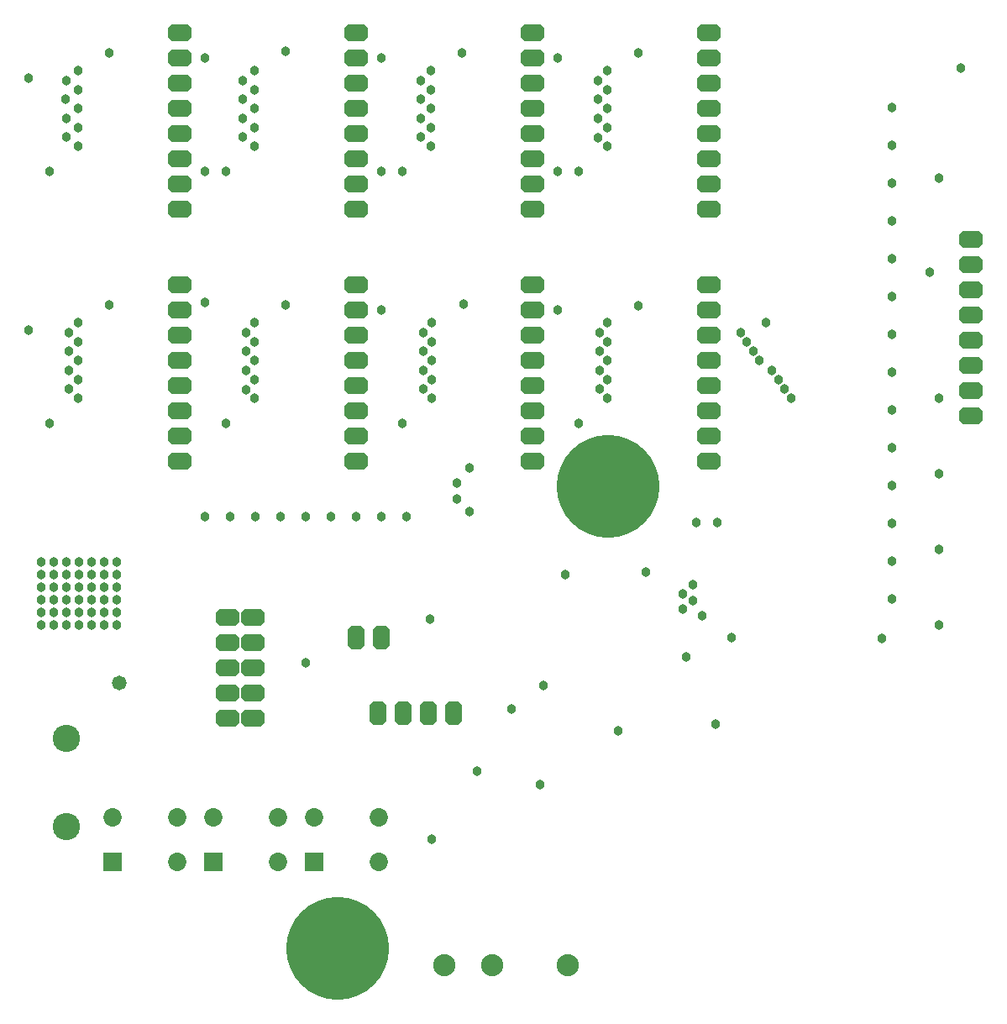
<source format=gbs>
%FSLAX25Y25*%
%MOIN*%
G70*
G01*
G75*
G04 Layer_Color=16711935*
%ADD10R,0.03937X0.04331*%
%ADD11R,0.33622X0.21063*%
%ADD12R,0.12047X0.03504*%
%ADD13R,0.05906X0.01598*%
%ADD14R,0.01598X0.05906*%
%ADD15R,0.05906X0.05118*%
%ADD16R,0.11024X0.03740*%
%ADD17R,0.05906X0.02362*%
%ADD18R,0.03347X0.05512*%
%ADD19R,0.04724X0.13780*%
%ADD20O,0.02165X0.05906*%
%ADD21R,0.02165X0.05906*%
%ADD22R,0.05118X0.04528*%
%ADD23R,0.03937X0.01378*%
%ADD24R,0.05512X0.03347*%
%ADD25R,0.05118X0.05906*%
%ADD26C,0.01000*%
%ADD27R,0.06496X0.06496*%
%ADD28C,0.06496*%
G04:AMPARAMS|DCode=29|XSize=60mil|YSize=85mil|CornerRadius=0mil|HoleSize=0mil|Usage=FLASHONLY|Rotation=90.000|XOffset=0mil|YOffset=0mil|HoleType=Round|Shape=Octagon|*
%AMOCTAGOND29*
4,1,8,-0.04250,-0.01500,-0.04250,0.01500,-0.02750,0.03000,0.02750,0.03000,0.04250,0.01500,0.04250,-0.01500,0.02750,-0.03000,-0.02750,-0.03000,-0.04250,-0.01500,0.0*
%
%ADD29OCTAGOND29*%

G04:AMPARAMS|DCode=30|XSize=60mil|YSize=85mil|CornerRadius=0mil|HoleSize=0mil|Usage=FLASHONLY|Rotation=180.000|XOffset=0mil|YOffset=0mil|HoleType=Round|Shape=Octagon|*
%AMOCTAGOND30*
4,1,8,0.01500,-0.04250,-0.01500,-0.04250,-0.03000,-0.02750,-0.03000,0.02750,-0.01500,0.04250,0.01500,0.04250,0.03000,0.02750,0.03000,-0.02750,0.01500,-0.04250,0.0*
%
%ADD30OCTAGOND30*%

%ADD31C,0.03000*%
%ADD32C,0.08000*%
%ADD33C,0.05000*%
%ADD34C,0.40000*%
%ADD35C,0.10000*%
%ADD36C,0.04000*%
%ADD37C,0.07937*%
%ADD38C,0.07500*%
%ADD39C,0.05500*%
%ADD40C,0.09000*%
%ADD41C,0.30000*%
%ADD42C,0.09500*%
%ADD43R,0.38000X0.34000*%
%ADD44C,0.06800*%
%ADD45C,0.00984*%
%ADD46C,0.00787*%
%ADD47C,0.00500*%
%ADD48C,0.00800*%
%ADD49C,0.00700*%
%ADD50R,0.04737X0.05131*%
%ADD51R,0.34422X0.21863*%
%ADD52R,0.12847X0.04304*%
%ADD53R,0.06706X0.02398*%
%ADD54R,0.02398X0.06706*%
%ADD55R,0.06706X0.05918*%
%ADD56R,0.11824X0.04540*%
%ADD57R,0.06706X0.03162*%
%ADD58R,0.04147X0.06312*%
%ADD59R,0.05524X0.14579*%
%ADD60O,0.02965X0.06706*%
%ADD61R,0.02965X0.06706*%
%ADD62R,0.05918X0.05328*%
%ADD63R,0.04737X0.02178*%
%ADD64R,0.06312X0.04147*%
%ADD65R,0.05918X0.06706*%
%ADD66R,0.07296X0.07296*%
%ADD67C,0.07296*%
G04:AMPARAMS|DCode=68|XSize=68mil|YSize=93mil|CornerRadius=0mil|HoleSize=0mil|Usage=FLASHONLY|Rotation=90.000|XOffset=0mil|YOffset=0mil|HoleType=Round|Shape=Octagon|*
%AMOCTAGOND68*
4,1,8,-0.04650,-0.01700,-0.04650,0.01700,-0.02950,0.03400,0.02950,0.03400,0.04650,0.01700,0.04650,-0.01700,0.02950,-0.03400,-0.02950,-0.03400,-0.04650,-0.01700,0.0*
%
%ADD68OCTAGOND68*%

G04:AMPARAMS|DCode=69|XSize=68mil|YSize=93mil|CornerRadius=0mil|HoleSize=0mil|Usage=FLASHONLY|Rotation=180.000|XOffset=0mil|YOffset=0mil|HoleType=Round|Shape=Octagon|*
%AMOCTAGOND69*
4,1,8,0.01700,-0.04650,-0.01700,-0.04650,-0.03400,-0.02950,-0.03400,0.02950,-0.01700,0.04650,0.01700,0.04650,0.03400,0.02950,0.03400,-0.02950,0.01700,-0.04650,0.0*
%
%ADD69OCTAGOND69*%

%ADD70C,0.03800*%
%ADD71C,0.08800*%
%ADD72C,0.05800*%
%ADD73C,0.40800*%
%ADD74C,0.10800*%
D66*
X223205Y161142D02*
D03*
X183205D02*
D03*
X143205D02*
D03*
D67*
X223205Y178858D02*
D03*
X248795D02*
D03*
Y161142D02*
D03*
X208795D02*
D03*
Y178858D02*
D03*
X183205D02*
D03*
X168795Y161142D02*
D03*
Y178858D02*
D03*
X143205D02*
D03*
D68*
X484000Y338000D02*
D03*
Y348000D02*
D03*
Y358000D02*
D03*
Y368000D02*
D03*
Y378000D02*
D03*
Y388000D02*
D03*
Y398000D02*
D03*
Y408000D02*
D03*
X199000Y218000D02*
D03*
Y228000D02*
D03*
Y238000D02*
D03*
Y248000D02*
D03*
Y258000D02*
D03*
X189000Y218000D02*
D03*
Y228000D02*
D03*
Y238000D02*
D03*
Y248000D02*
D03*
Y258000D02*
D03*
X170000Y490000D02*
D03*
Y480000D02*
D03*
Y470000D02*
D03*
Y460000D02*
D03*
Y450000D02*
D03*
Y440000D02*
D03*
Y430000D02*
D03*
Y420000D02*
D03*
X240000Y490000D02*
D03*
Y480000D02*
D03*
Y470000D02*
D03*
Y460000D02*
D03*
Y450000D02*
D03*
Y440000D02*
D03*
Y430000D02*
D03*
Y420000D02*
D03*
X310000Y490000D02*
D03*
Y480000D02*
D03*
Y470000D02*
D03*
Y460000D02*
D03*
Y450000D02*
D03*
Y440000D02*
D03*
Y430000D02*
D03*
Y420000D02*
D03*
X380000Y490000D02*
D03*
Y480000D02*
D03*
Y470000D02*
D03*
Y460000D02*
D03*
Y450000D02*
D03*
Y440000D02*
D03*
Y430000D02*
D03*
Y420000D02*
D03*
X170000Y390000D02*
D03*
Y380000D02*
D03*
Y370000D02*
D03*
Y360000D02*
D03*
Y350000D02*
D03*
Y340000D02*
D03*
Y330000D02*
D03*
Y320000D02*
D03*
X240000Y390000D02*
D03*
Y380000D02*
D03*
Y370000D02*
D03*
Y360000D02*
D03*
Y350000D02*
D03*
Y340000D02*
D03*
Y330000D02*
D03*
Y320000D02*
D03*
X310000Y390000D02*
D03*
Y380000D02*
D03*
Y370000D02*
D03*
Y360000D02*
D03*
Y350000D02*
D03*
Y340000D02*
D03*
Y330000D02*
D03*
Y320000D02*
D03*
X380000Y390000D02*
D03*
Y380000D02*
D03*
Y370000D02*
D03*
Y360000D02*
D03*
Y350000D02*
D03*
Y340000D02*
D03*
Y330000D02*
D03*
Y320000D02*
D03*
D69*
X248500Y220000D02*
D03*
X258500D02*
D03*
X268500D02*
D03*
X278500D02*
D03*
X240000Y250000D02*
D03*
X250000D02*
D03*
D70*
X336600Y348800D02*
D03*
X266700Y348700D02*
D03*
X196200Y348500D02*
D03*
X125900Y348800D02*
D03*
X335800Y448400D02*
D03*
X265600Y448700D02*
D03*
X195000Y463750D02*
D03*
Y448750D02*
D03*
X124957Y471250D02*
D03*
X124780Y456250D02*
D03*
X125000Y448750D02*
D03*
X260000Y298000D02*
D03*
X250000D02*
D03*
X240000D02*
D03*
X230000D02*
D03*
X220000D02*
D03*
X210000D02*
D03*
X200000D02*
D03*
X190000D02*
D03*
X180000D02*
D03*
X115000Y280000D02*
D03*
X120000D02*
D03*
X125000D02*
D03*
X130000D02*
D03*
X269321Y257500D02*
D03*
X355000Y276000D02*
D03*
X377138Y258862D02*
D03*
X220000Y240000D02*
D03*
X351811Y482189D02*
D03*
X281811D02*
D03*
X211811Y482689D02*
D03*
X141811Y482189D02*
D03*
X199721Y345000D02*
D03*
X141811Y382189D02*
D03*
X211811Y382311D02*
D03*
X282500Y382500D02*
D03*
X351811Y381811D02*
D03*
X280000Y311500D02*
D03*
X285000Y317500D02*
D03*
X280000Y305000D02*
D03*
X285000Y300000D02*
D03*
X270000Y367500D02*
D03*
X400000Y360000D02*
D03*
X392500Y371250D02*
D03*
X397500Y363750D02*
D03*
X405000Y356250D02*
D03*
X410000Y348750D02*
D03*
X402500Y375000D02*
D03*
X395000Y367500D02*
D03*
X407500Y352500D02*
D03*
X412500Y345000D02*
D03*
X335800Y471250D02*
D03*
X339721Y467500D02*
D03*
X335800Y463750D02*
D03*
X339721Y460000D02*
D03*
X335800Y456250D02*
D03*
X339721Y452500D02*
D03*
Y445000D02*
D03*
Y475000D02*
D03*
X265600Y471250D02*
D03*
X269721Y467500D02*
D03*
X265600Y463750D02*
D03*
X269721Y460000D02*
D03*
X265600Y456250D02*
D03*
X269721Y452500D02*
D03*
Y445000D02*
D03*
Y475000D02*
D03*
X195000Y471250D02*
D03*
X199721Y467500D02*
D03*
Y460000D02*
D03*
X195000Y456250D02*
D03*
X199721Y452500D02*
D03*
Y445000D02*
D03*
Y475000D02*
D03*
X129721Y467500D02*
D03*
X124720Y463750D02*
D03*
X129721Y460000D02*
D03*
Y452500D02*
D03*
Y445000D02*
D03*
Y475000D02*
D03*
X125900Y371250D02*
D03*
X129721Y367500D02*
D03*
X125900Y363750D02*
D03*
X129721Y360000D02*
D03*
X125900Y356250D02*
D03*
X129721Y352500D02*
D03*
Y345000D02*
D03*
Y375000D02*
D03*
X196200Y371250D02*
D03*
X199721Y367500D02*
D03*
X196200Y363750D02*
D03*
X199721Y360000D02*
D03*
X196200Y356250D02*
D03*
X199721Y352500D02*
D03*
Y375000D02*
D03*
X270000Y375000D02*
D03*
X339721Y375000D02*
D03*
X270000Y345000D02*
D03*
Y352500D02*
D03*
X266700Y356250D02*
D03*
X270000Y360000D02*
D03*
X266700Y363750D02*
D03*
Y371250D02*
D03*
X336600Y371250D02*
D03*
Y363750D02*
D03*
Y356250D02*
D03*
X339721Y345000D02*
D03*
Y352500D02*
D03*
Y360000D02*
D03*
Y367500D02*
D03*
X480000Y476000D02*
D03*
X471232Y432500D02*
D03*
X467500Y395000D02*
D03*
X471232Y345232D02*
D03*
Y315232D02*
D03*
Y285268D02*
D03*
Y255232D02*
D03*
X371000Y242500D02*
D03*
X373500Y264701D02*
D03*
Y271000D02*
D03*
X369500Y267500D02*
D03*
Y261500D02*
D03*
X374768Y295768D02*
D03*
X383232Y295768D02*
D03*
X382732Y215732D02*
D03*
X389000Y250000D02*
D03*
X270000Y170000D02*
D03*
X314268Y231268D02*
D03*
X323000Y275000D02*
D03*
X250000Y380000D02*
D03*
X320000D02*
D03*
X180000Y383000D02*
D03*
X110000Y372000D02*
D03*
Y472000D02*
D03*
X180000Y480000D02*
D03*
X320000D02*
D03*
X250000D02*
D03*
X118189Y435189D02*
D03*
X188189D02*
D03*
X258189D02*
D03*
X328189D02*
D03*
Y335189D02*
D03*
X258189D02*
D03*
X188189D02*
D03*
X118189D02*
D03*
X180000Y435000D02*
D03*
X250000D02*
D03*
X320000D02*
D03*
X344000Y213000D02*
D03*
X288000Y197000D02*
D03*
X301740Y221740D02*
D03*
X312937Y191937D02*
D03*
X448700Y249900D02*
D03*
X452600Y265400D02*
D03*
Y280400D02*
D03*
Y295400D02*
D03*
Y310400D02*
D03*
Y325400D02*
D03*
Y340400D02*
D03*
Y355400D02*
D03*
Y370400D02*
D03*
Y385400D02*
D03*
Y400400D02*
D03*
Y415400D02*
D03*
Y430400D02*
D03*
Y445400D02*
D03*
Y460400D02*
D03*
X115000Y255000D02*
D03*
Y260000D02*
D03*
Y265000D02*
D03*
Y270000D02*
D03*
Y275000D02*
D03*
X120000Y255000D02*
D03*
X125000D02*
D03*
X130000D02*
D03*
X135000D02*
D03*
X140000D02*
D03*
Y260000D02*
D03*
X135000D02*
D03*
X130000D02*
D03*
X125000D02*
D03*
X120000D02*
D03*
Y265000D02*
D03*
X135000Y280000D02*
D03*
X140000D02*
D03*
X145000D02*
D03*
Y275000D02*
D03*
X140000D02*
D03*
X135000D02*
D03*
X130000D02*
D03*
X125000D02*
D03*
X120000D02*
D03*
Y270000D02*
D03*
X125000D02*
D03*
X130000D02*
D03*
X135000D02*
D03*
X140000D02*
D03*
X145000D02*
D03*
Y265000D02*
D03*
X140000D02*
D03*
X135000D02*
D03*
X130000D02*
D03*
X125000D02*
D03*
X145000Y260000D02*
D03*
Y255000D02*
D03*
D71*
X294000Y120000D02*
D03*
X275000D02*
D03*
X324000D02*
D03*
D72*
X146000Y232000D02*
D03*
D73*
X232600Y126900D02*
D03*
X340000Y310000D02*
D03*
D74*
X125000Y210000D02*
D03*
Y175000D02*
D03*
M02*

</source>
